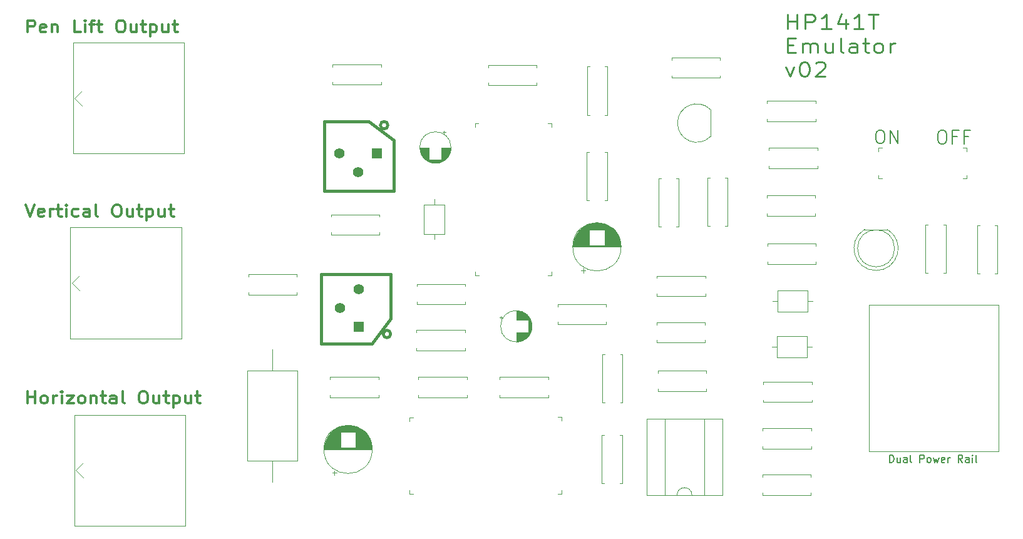
<source format=gto>
%TF.GenerationSoftware,KiCad,Pcbnew,7.0.11-7.0.11~ubuntu22.04.1*%
%TF.CreationDate,2025-04-10T12:25:00+02:00*%
%TF.ProjectId,emulator-pcb,656d756c-6174-46f7-922d-7063622e6b69,rev?*%
%TF.SameCoordinates,Original*%
%TF.FileFunction,Legend,Top*%
%TF.FilePolarity,Positive*%
%FSLAX46Y46*%
G04 Gerber Fmt 4.6, Leading zero omitted, Abs format (unit mm)*
G04 Created by KiCad (PCBNEW 7.0.11-7.0.11~ubuntu22.04.1) date 2025-04-10 12:25:00*
%MOMM*%
%LPD*%
G01*
G04 APERTURE LIST*
%ADD10C,0.150000*%
%ADD11C,0.250000*%
%ADD12C,0.320000*%
%ADD13C,0.200000*%
%ADD14C,0.120000*%
%ADD15C,0.381000*%
%ADD16C,0.100000*%
%ADD17R,1.400000X1.400000*%
%ADD18C,1.400000*%
G04 APERTURE END LIST*
D10*
X189386779Y-130869819D02*
X189386779Y-129869819D01*
X189386779Y-129869819D02*
X189624874Y-129869819D01*
X189624874Y-129869819D02*
X189767731Y-129917438D01*
X189767731Y-129917438D02*
X189862969Y-130012676D01*
X189862969Y-130012676D02*
X189910588Y-130107914D01*
X189910588Y-130107914D02*
X189958207Y-130298390D01*
X189958207Y-130298390D02*
X189958207Y-130441247D01*
X189958207Y-130441247D02*
X189910588Y-130631723D01*
X189910588Y-130631723D02*
X189862969Y-130726961D01*
X189862969Y-130726961D02*
X189767731Y-130822200D01*
X189767731Y-130822200D02*
X189624874Y-130869819D01*
X189624874Y-130869819D02*
X189386779Y-130869819D01*
X190815350Y-130203152D02*
X190815350Y-130869819D01*
X190386779Y-130203152D02*
X190386779Y-130726961D01*
X190386779Y-130726961D02*
X190434398Y-130822200D01*
X190434398Y-130822200D02*
X190529636Y-130869819D01*
X190529636Y-130869819D02*
X190672493Y-130869819D01*
X190672493Y-130869819D02*
X190767731Y-130822200D01*
X190767731Y-130822200D02*
X190815350Y-130774580D01*
X191720112Y-130869819D02*
X191720112Y-130346009D01*
X191720112Y-130346009D02*
X191672493Y-130250771D01*
X191672493Y-130250771D02*
X191577255Y-130203152D01*
X191577255Y-130203152D02*
X191386779Y-130203152D01*
X191386779Y-130203152D02*
X191291541Y-130250771D01*
X191720112Y-130822200D02*
X191624874Y-130869819D01*
X191624874Y-130869819D02*
X191386779Y-130869819D01*
X191386779Y-130869819D02*
X191291541Y-130822200D01*
X191291541Y-130822200D02*
X191243922Y-130726961D01*
X191243922Y-130726961D02*
X191243922Y-130631723D01*
X191243922Y-130631723D02*
X191291541Y-130536485D01*
X191291541Y-130536485D02*
X191386779Y-130488866D01*
X191386779Y-130488866D02*
X191624874Y-130488866D01*
X191624874Y-130488866D02*
X191720112Y-130441247D01*
X192339160Y-130869819D02*
X192243922Y-130822200D01*
X192243922Y-130822200D02*
X192196303Y-130726961D01*
X192196303Y-130726961D02*
X192196303Y-129869819D01*
X193482018Y-130869819D02*
X193482018Y-129869819D01*
X193482018Y-129869819D02*
X193862970Y-129869819D01*
X193862970Y-129869819D02*
X193958208Y-129917438D01*
X193958208Y-129917438D02*
X194005827Y-129965057D01*
X194005827Y-129965057D02*
X194053446Y-130060295D01*
X194053446Y-130060295D02*
X194053446Y-130203152D01*
X194053446Y-130203152D02*
X194005827Y-130298390D01*
X194005827Y-130298390D02*
X193958208Y-130346009D01*
X193958208Y-130346009D02*
X193862970Y-130393628D01*
X193862970Y-130393628D02*
X193482018Y-130393628D01*
X194624875Y-130869819D02*
X194529637Y-130822200D01*
X194529637Y-130822200D02*
X194482018Y-130774580D01*
X194482018Y-130774580D02*
X194434399Y-130679342D01*
X194434399Y-130679342D02*
X194434399Y-130393628D01*
X194434399Y-130393628D02*
X194482018Y-130298390D01*
X194482018Y-130298390D02*
X194529637Y-130250771D01*
X194529637Y-130250771D02*
X194624875Y-130203152D01*
X194624875Y-130203152D02*
X194767732Y-130203152D01*
X194767732Y-130203152D02*
X194862970Y-130250771D01*
X194862970Y-130250771D02*
X194910589Y-130298390D01*
X194910589Y-130298390D02*
X194958208Y-130393628D01*
X194958208Y-130393628D02*
X194958208Y-130679342D01*
X194958208Y-130679342D02*
X194910589Y-130774580D01*
X194910589Y-130774580D02*
X194862970Y-130822200D01*
X194862970Y-130822200D02*
X194767732Y-130869819D01*
X194767732Y-130869819D02*
X194624875Y-130869819D01*
X195291542Y-130203152D02*
X195482018Y-130869819D01*
X195482018Y-130869819D02*
X195672494Y-130393628D01*
X195672494Y-130393628D02*
X195862970Y-130869819D01*
X195862970Y-130869819D02*
X196053446Y-130203152D01*
X196815351Y-130822200D02*
X196720113Y-130869819D01*
X196720113Y-130869819D02*
X196529637Y-130869819D01*
X196529637Y-130869819D02*
X196434399Y-130822200D01*
X196434399Y-130822200D02*
X196386780Y-130726961D01*
X196386780Y-130726961D02*
X196386780Y-130346009D01*
X196386780Y-130346009D02*
X196434399Y-130250771D01*
X196434399Y-130250771D02*
X196529637Y-130203152D01*
X196529637Y-130203152D02*
X196720113Y-130203152D01*
X196720113Y-130203152D02*
X196815351Y-130250771D01*
X196815351Y-130250771D02*
X196862970Y-130346009D01*
X196862970Y-130346009D02*
X196862970Y-130441247D01*
X196862970Y-130441247D02*
X196386780Y-130536485D01*
X197291542Y-130869819D02*
X197291542Y-130203152D01*
X197291542Y-130393628D02*
X197339161Y-130298390D01*
X197339161Y-130298390D02*
X197386780Y-130250771D01*
X197386780Y-130250771D02*
X197482018Y-130203152D01*
X197482018Y-130203152D02*
X197577256Y-130203152D01*
X199243923Y-130869819D02*
X198910590Y-130393628D01*
X198672495Y-130869819D02*
X198672495Y-129869819D01*
X198672495Y-129869819D02*
X199053447Y-129869819D01*
X199053447Y-129869819D02*
X199148685Y-129917438D01*
X199148685Y-129917438D02*
X199196304Y-129965057D01*
X199196304Y-129965057D02*
X199243923Y-130060295D01*
X199243923Y-130060295D02*
X199243923Y-130203152D01*
X199243923Y-130203152D02*
X199196304Y-130298390D01*
X199196304Y-130298390D02*
X199148685Y-130346009D01*
X199148685Y-130346009D02*
X199053447Y-130393628D01*
X199053447Y-130393628D02*
X198672495Y-130393628D01*
X200101066Y-130869819D02*
X200101066Y-130346009D01*
X200101066Y-130346009D02*
X200053447Y-130250771D01*
X200053447Y-130250771D02*
X199958209Y-130203152D01*
X199958209Y-130203152D02*
X199767733Y-130203152D01*
X199767733Y-130203152D02*
X199672495Y-130250771D01*
X200101066Y-130822200D02*
X200005828Y-130869819D01*
X200005828Y-130869819D02*
X199767733Y-130869819D01*
X199767733Y-130869819D02*
X199672495Y-130822200D01*
X199672495Y-130822200D02*
X199624876Y-130726961D01*
X199624876Y-130726961D02*
X199624876Y-130631723D01*
X199624876Y-130631723D02*
X199672495Y-130536485D01*
X199672495Y-130536485D02*
X199767733Y-130488866D01*
X199767733Y-130488866D02*
X200005828Y-130488866D01*
X200005828Y-130488866D02*
X200101066Y-130441247D01*
X200577257Y-130869819D02*
X200577257Y-130203152D01*
X200577257Y-129869819D02*
X200529638Y-129917438D01*
X200529638Y-129917438D02*
X200577257Y-129965057D01*
X200577257Y-129965057D02*
X200624876Y-129917438D01*
X200624876Y-129917438D02*
X200577257Y-129869819D01*
X200577257Y-129869819D02*
X200577257Y-129965057D01*
X201196304Y-130869819D02*
X201101066Y-130822200D01*
X201101066Y-130822200D02*
X201053447Y-130726961D01*
X201053447Y-130726961D02*
X201053447Y-129869819D01*
D11*
X175562092Y-72252238D02*
X175562092Y-70252238D01*
X175562092Y-71204619D02*
X176876377Y-71204619D01*
X176876377Y-72252238D02*
X176876377Y-70252238D01*
X177971616Y-72252238D02*
X177971616Y-70252238D01*
X177971616Y-70252238D02*
X178847806Y-70252238D01*
X178847806Y-70252238D02*
X179066854Y-70347476D01*
X179066854Y-70347476D02*
X179176377Y-70442714D01*
X179176377Y-70442714D02*
X179285901Y-70633190D01*
X179285901Y-70633190D02*
X179285901Y-70918904D01*
X179285901Y-70918904D02*
X179176377Y-71109380D01*
X179176377Y-71109380D02*
X179066854Y-71204619D01*
X179066854Y-71204619D02*
X178847806Y-71299857D01*
X178847806Y-71299857D02*
X177971616Y-71299857D01*
X181476377Y-72252238D02*
X180162092Y-72252238D01*
X180819235Y-72252238D02*
X180819235Y-70252238D01*
X180819235Y-70252238D02*
X180600187Y-70537952D01*
X180600187Y-70537952D02*
X180381139Y-70728428D01*
X180381139Y-70728428D02*
X180162092Y-70823666D01*
X183447806Y-70918904D02*
X183447806Y-72252238D01*
X182900187Y-70157000D02*
X182352568Y-71585571D01*
X182352568Y-71585571D02*
X183776377Y-71585571D01*
X185857329Y-72252238D02*
X184543044Y-72252238D01*
X185200187Y-72252238D02*
X185200187Y-70252238D01*
X185200187Y-70252238D02*
X184981139Y-70537952D01*
X184981139Y-70537952D02*
X184762091Y-70728428D01*
X184762091Y-70728428D02*
X184543044Y-70823666D01*
X186514472Y-70252238D02*
X187828758Y-70252238D01*
X187171615Y-72252238D02*
X187171615Y-70252238D01*
X175562092Y-74424619D02*
X176328758Y-74424619D01*
X176657330Y-75472238D02*
X175562092Y-75472238D01*
X175562092Y-75472238D02*
X175562092Y-73472238D01*
X175562092Y-73472238D02*
X176657330Y-73472238D01*
X177643044Y-75472238D02*
X177643044Y-74138904D01*
X177643044Y-74329380D02*
X177752567Y-74234142D01*
X177752567Y-74234142D02*
X177971615Y-74138904D01*
X177971615Y-74138904D02*
X178300186Y-74138904D01*
X178300186Y-74138904D02*
X178519234Y-74234142D01*
X178519234Y-74234142D02*
X178628758Y-74424619D01*
X178628758Y-74424619D02*
X178628758Y-75472238D01*
X178628758Y-74424619D02*
X178738282Y-74234142D01*
X178738282Y-74234142D02*
X178957329Y-74138904D01*
X178957329Y-74138904D02*
X179285901Y-74138904D01*
X179285901Y-74138904D02*
X179504948Y-74234142D01*
X179504948Y-74234142D02*
X179614472Y-74424619D01*
X179614472Y-74424619D02*
X179614472Y-75472238D01*
X181695425Y-74138904D02*
X181695425Y-75472238D01*
X180709711Y-74138904D02*
X180709711Y-75186523D01*
X180709711Y-75186523D02*
X180819234Y-75377000D01*
X180819234Y-75377000D02*
X181038282Y-75472238D01*
X181038282Y-75472238D02*
X181366853Y-75472238D01*
X181366853Y-75472238D02*
X181585901Y-75377000D01*
X181585901Y-75377000D02*
X181695425Y-75281761D01*
X183119234Y-75472238D02*
X182900186Y-75377000D01*
X182900186Y-75377000D02*
X182790663Y-75186523D01*
X182790663Y-75186523D02*
X182790663Y-73472238D01*
X184981139Y-75472238D02*
X184981139Y-74424619D01*
X184981139Y-74424619D02*
X184871615Y-74234142D01*
X184871615Y-74234142D02*
X184652567Y-74138904D01*
X184652567Y-74138904D02*
X184214472Y-74138904D01*
X184214472Y-74138904D02*
X183995425Y-74234142D01*
X184981139Y-75377000D02*
X184762091Y-75472238D01*
X184762091Y-75472238D02*
X184214472Y-75472238D01*
X184214472Y-75472238D02*
X183995425Y-75377000D01*
X183995425Y-75377000D02*
X183885901Y-75186523D01*
X183885901Y-75186523D02*
X183885901Y-74996047D01*
X183885901Y-74996047D02*
X183995425Y-74805571D01*
X183995425Y-74805571D02*
X184214472Y-74710333D01*
X184214472Y-74710333D02*
X184762091Y-74710333D01*
X184762091Y-74710333D02*
X184981139Y-74615095D01*
X185747805Y-74138904D02*
X186623996Y-74138904D01*
X186076377Y-73472238D02*
X186076377Y-75186523D01*
X186076377Y-75186523D02*
X186185900Y-75377000D01*
X186185900Y-75377000D02*
X186404948Y-75472238D01*
X186404948Y-75472238D02*
X186623996Y-75472238D01*
X187719234Y-75472238D02*
X187500186Y-75377000D01*
X187500186Y-75377000D02*
X187390663Y-75281761D01*
X187390663Y-75281761D02*
X187281139Y-75091285D01*
X187281139Y-75091285D02*
X187281139Y-74519857D01*
X187281139Y-74519857D02*
X187390663Y-74329380D01*
X187390663Y-74329380D02*
X187500186Y-74234142D01*
X187500186Y-74234142D02*
X187719234Y-74138904D01*
X187719234Y-74138904D02*
X188047805Y-74138904D01*
X188047805Y-74138904D02*
X188266853Y-74234142D01*
X188266853Y-74234142D02*
X188376377Y-74329380D01*
X188376377Y-74329380D02*
X188485901Y-74519857D01*
X188485901Y-74519857D02*
X188485901Y-75091285D01*
X188485901Y-75091285D02*
X188376377Y-75281761D01*
X188376377Y-75281761D02*
X188266853Y-75377000D01*
X188266853Y-75377000D02*
X188047805Y-75472238D01*
X188047805Y-75472238D02*
X187719234Y-75472238D01*
X189471615Y-75472238D02*
X189471615Y-74138904D01*
X189471615Y-74519857D02*
X189581138Y-74329380D01*
X189581138Y-74329380D02*
X189690662Y-74234142D01*
X189690662Y-74234142D02*
X189909710Y-74138904D01*
X189909710Y-74138904D02*
X190128757Y-74138904D01*
X175343044Y-77358904D02*
X175890663Y-78692238D01*
X175890663Y-78692238D02*
X176438282Y-77358904D01*
X177752568Y-76692238D02*
X177971615Y-76692238D01*
X177971615Y-76692238D02*
X178190663Y-76787476D01*
X178190663Y-76787476D02*
X178300187Y-76882714D01*
X178300187Y-76882714D02*
X178409711Y-77073190D01*
X178409711Y-77073190D02*
X178519234Y-77454142D01*
X178519234Y-77454142D02*
X178519234Y-77930333D01*
X178519234Y-77930333D02*
X178409711Y-78311285D01*
X178409711Y-78311285D02*
X178300187Y-78501761D01*
X178300187Y-78501761D02*
X178190663Y-78597000D01*
X178190663Y-78597000D02*
X177971615Y-78692238D01*
X177971615Y-78692238D02*
X177752568Y-78692238D01*
X177752568Y-78692238D02*
X177533520Y-78597000D01*
X177533520Y-78597000D02*
X177423996Y-78501761D01*
X177423996Y-78501761D02*
X177314473Y-78311285D01*
X177314473Y-78311285D02*
X177204949Y-77930333D01*
X177204949Y-77930333D02*
X177204949Y-77454142D01*
X177204949Y-77454142D02*
X177314473Y-77073190D01*
X177314473Y-77073190D02*
X177423996Y-76882714D01*
X177423996Y-76882714D02*
X177533520Y-76787476D01*
X177533520Y-76787476D02*
X177752568Y-76692238D01*
X179395425Y-76882714D02*
X179504949Y-76787476D01*
X179504949Y-76787476D02*
X179723996Y-76692238D01*
X179723996Y-76692238D02*
X180271615Y-76692238D01*
X180271615Y-76692238D02*
X180490663Y-76787476D01*
X180490663Y-76787476D02*
X180600187Y-76882714D01*
X180600187Y-76882714D02*
X180709710Y-77073190D01*
X180709710Y-77073190D02*
X180709710Y-77263666D01*
X180709710Y-77263666D02*
X180600187Y-77549380D01*
X180600187Y-77549380D02*
X179285901Y-78692238D01*
X179285901Y-78692238D02*
X180709710Y-78692238D01*
D12*
X72789097Y-72687550D02*
X72789097Y-71087550D01*
X72789097Y-71087550D02*
X73474811Y-71087550D01*
X73474811Y-71087550D02*
X73646240Y-71163740D01*
X73646240Y-71163740D02*
X73731954Y-71239931D01*
X73731954Y-71239931D02*
X73817668Y-71392312D01*
X73817668Y-71392312D02*
X73817668Y-71620883D01*
X73817668Y-71620883D02*
X73731954Y-71773264D01*
X73731954Y-71773264D02*
X73646240Y-71849455D01*
X73646240Y-71849455D02*
X73474811Y-71925645D01*
X73474811Y-71925645D02*
X72789097Y-71925645D01*
X75274811Y-72611360D02*
X75103383Y-72687550D01*
X75103383Y-72687550D02*
X74760526Y-72687550D01*
X74760526Y-72687550D02*
X74589097Y-72611360D01*
X74589097Y-72611360D02*
X74503383Y-72458979D01*
X74503383Y-72458979D02*
X74503383Y-71849455D01*
X74503383Y-71849455D02*
X74589097Y-71697074D01*
X74589097Y-71697074D02*
X74760526Y-71620883D01*
X74760526Y-71620883D02*
X75103383Y-71620883D01*
X75103383Y-71620883D02*
X75274811Y-71697074D01*
X75274811Y-71697074D02*
X75360526Y-71849455D01*
X75360526Y-71849455D02*
X75360526Y-72001836D01*
X75360526Y-72001836D02*
X74503383Y-72154217D01*
X76131954Y-71620883D02*
X76131954Y-72687550D01*
X76131954Y-71773264D02*
X76217668Y-71697074D01*
X76217668Y-71697074D02*
X76389097Y-71620883D01*
X76389097Y-71620883D02*
X76646240Y-71620883D01*
X76646240Y-71620883D02*
X76817668Y-71697074D01*
X76817668Y-71697074D02*
X76903383Y-71849455D01*
X76903383Y-71849455D02*
X76903383Y-72687550D01*
X79989097Y-72687550D02*
X79131954Y-72687550D01*
X79131954Y-72687550D02*
X79131954Y-71087550D01*
X80589097Y-72687550D02*
X80589097Y-71620883D01*
X80589097Y-71087550D02*
X80503383Y-71163740D01*
X80503383Y-71163740D02*
X80589097Y-71239931D01*
X80589097Y-71239931D02*
X80674811Y-71163740D01*
X80674811Y-71163740D02*
X80589097Y-71087550D01*
X80589097Y-71087550D02*
X80589097Y-71239931D01*
X81189097Y-71620883D02*
X81874811Y-71620883D01*
X81446240Y-72687550D02*
X81446240Y-71316121D01*
X81446240Y-71316121D02*
X81531954Y-71163740D01*
X81531954Y-71163740D02*
X81703383Y-71087550D01*
X81703383Y-71087550D02*
X81874811Y-71087550D01*
X82217668Y-71620883D02*
X82903382Y-71620883D01*
X82474811Y-71087550D02*
X82474811Y-72458979D01*
X82474811Y-72458979D02*
X82560525Y-72611360D01*
X82560525Y-72611360D02*
X82731954Y-72687550D01*
X82731954Y-72687550D02*
X82903382Y-72687550D01*
X85217668Y-71087550D02*
X85560525Y-71087550D01*
X85560525Y-71087550D02*
X85731954Y-71163740D01*
X85731954Y-71163740D02*
X85903382Y-71316121D01*
X85903382Y-71316121D02*
X85989097Y-71620883D01*
X85989097Y-71620883D02*
X85989097Y-72154217D01*
X85989097Y-72154217D02*
X85903382Y-72458979D01*
X85903382Y-72458979D02*
X85731954Y-72611360D01*
X85731954Y-72611360D02*
X85560525Y-72687550D01*
X85560525Y-72687550D02*
X85217668Y-72687550D01*
X85217668Y-72687550D02*
X85046240Y-72611360D01*
X85046240Y-72611360D02*
X84874811Y-72458979D01*
X84874811Y-72458979D02*
X84789097Y-72154217D01*
X84789097Y-72154217D02*
X84789097Y-71620883D01*
X84789097Y-71620883D02*
X84874811Y-71316121D01*
X84874811Y-71316121D02*
X85046240Y-71163740D01*
X85046240Y-71163740D02*
X85217668Y-71087550D01*
X87531954Y-71620883D02*
X87531954Y-72687550D01*
X86760525Y-71620883D02*
X86760525Y-72458979D01*
X86760525Y-72458979D02*
X86846239Y-72611360D01*
X86846239Y-72611360D02*
X87017668Y-72687550D01*
X87017668Y-72687550D02*
X87274811Y-72687550D01*
X87274811Y-72687550D02*
X87446239Y-72611360D01*
X87446239Y-72611360D02*
X87531954Y-72535169D01*
X88131953Y-71620883D02*
X88817667Y-71620883D01*
X88389096Y-71087550D02*
X88389096Y-72458979D01*
X88389096Y-72458979D02*
X88474810Y-72611360D01*
X88474810Y-72611360D02*
X88646239Y-72687550D01*
X88646239Y-72687550D02*
X88817667Y-72687550D01*
X89417667Y-71620883D02*
X89417667Y-73220883D01*
X89417667Y-71697074D02*
X89589096Y-71620883D01*
X89589096Y-71620883D02*
X89931953Y-71620883D01*
X89931953Y-71620883D02*
X90103381Y-71697074D01*
X90103381Y-71697074D02*
X90189096Y-71773264D01*
X90189096Y-71773264D02*
X90274810Y-71925645D01*
X90274810Y-71925645D02*
X90274810Y-72382788D01*
X90274810Y-72382788D02*
X90189096Y-72535169D01*
X90189096Y-72535169D02*
X90103381Y-72611360D01*
X90103381Y-72611360D02*
X89931953Y-72687550D01*
X89931953Y-72687550D02*
X89589096Y-72687550D01*
X89589096Y-72687550D02*
X89417667Y-72611360D01*
X91817667Y-71620883D02*
X91817667Y-72687550D01*
X91046238Y-71620883D02*
X91046238Y-72458979D01*
X91046238Y-72458979D02*
X91131952Y-72611360D01*
X91131952Y-72611360D02*
X91303381Y-72687550D01*
X91303381Y-72687550D02*
X91560524Y-72687550D01*
X91560524Y-72687550D02*
X91731952Y-72611360D01*
X91731952Y-72611360D02*
X91817667Y-72535169D01*
X92417666Y-71620883D02*
X93103380Y-71620883D01*
X92674809Y-71087550D02*
X92674809Y-72458979D01*
X92674809Y-72458979D02*
X92760523Y-72611360D01*
X92760523Y-72611360D02*
X92931952Y-72687550D01*
X92931952Y-72687550D02*
X93103380Y-72687550D01*
X72531954Y-96037550D02*
X73131954Y-97637550D01*
X73131954Y-97637550D02*
X73731954Y-96037550D01*
X75017668Y-97561360D02*
X74846240Y-97637550D01*
X74846240Y-97637550D02*
X74503383Y-97637550D01*
X74503383Y-97637550D02*
X74331954Y-97561360D01*
X74331954Y-97561360D02*
X74246240Y-97408979D01*
X74246240Y-97408979D02*
X74246240Y-96799455D01*
X74246240Y-96799455D02*
X74331954Y-96647074D01*
X74331954Y-96647074D02*
X74503383Y-96570883D01*
X74503383Y-96570883D02*
X74846240Y-96570883D01*
X74846240Y-96570883D02*
X75017668Y-96647074D01*
X75017668Y-96647074D02*
X75103383Y-96799455D01*
X75103383Y-96799455D02*
X75103383Y-96951836D01*
X75103383Y-96951836D02*
X74246240Y-97104217D01*
X75874811Y-97637550D02*
X75874811Y-96570883D01*
X75874811Y-96875645D02*
X75960525Y-96723264D01*
X75960525Y-96723264D02*
X76046240Y-96647074D01*
X76046240Y-96647074D02*
X76217668Y-96570883D01*
X76217668Y-96570883D02*
X76389097Y-96570883D01*
X76731954Y-96570883D02*
X77417668Y-96570883D01*
X76989097Y-96037550D02*
X76989097Y-97408979D01*
X76989097Y-97408979D02*
X77074811Y-97561360D01*
X77074811Y-97561360D02*
X77246240Y-97637550D01*
X77246240Y-97637550D02*
X77417668Y-97637550D01*
X78017668Y-97637550D02*
X78017668Y-96570883D01*
X78017668Y-96037550D02*
X77931954Y-96113740D01*
X77931954Y-96113740D02*
X78017668Y-96189931D01*
X78017668Y-96189931D02*
X78103382Y-96113740D01*
X78103382Y-96113740D02*
X78017668Y-96037550D01*
X78017668Y-96037550D02*
X78017668Y-96189931D01*
X79646240Y-97561360D02*
X79474811Y-97637550D01*
X79474811Y-97637550D02*
X79131954Y-97637550D01*
X79131954Y-97637550D02*
X78960525Y-97561360D01*
X78960525Y-97561360D02*
X78874811Y-97485169D01*
X78874811Y-97485169D02*
X78789097Y-97332788D01*
X78789097Y-97332788D02*
X78789097Y-96875645D01*
X78789097Y-96875645D02*
X78874811Y-96723264D01*
X78874811Y-96723264D02*
X78960525Y-96647074D01*
X78960525Y-96647074D02*
X79131954Y-96570883D01*
X79131954Y-96570883D02*
X79474811Y-96570883D01*
X79474811Y-96570883D02*
X79646240Y-96647074D01*
X81189097Y-97637550D02*
X81189097Y-96799455D01*
X81189097Y-96799455D02*
X81103382Y-96647074D01*
X81103382Y-96647074D02*
X80931954Y-96570883D01*
X80931954Y-96570883D02*
X80589097Y-96570883D01*
X80589097Y-96570883D02*
X80417668Y-96647074D01*
X81189097Y-97561360D02*
X81017668Y-97637550D01*
X81017668Y-97637550D02*
X80589097Y-97637550D01*
X80589097Y-97637550D02*
X80417668Y-97561360D01*
X80417668Y-97561360D02*
X80331954Y-97408979D01*
X80331954Y-97408979D02*
X80331954Y-97256598D01*
X80331954Y-97256598D02*
X80417668Y-97104217D01*
X80417668Y-97104217D02*
X80589097Y-97028026D01*
X80589097Y-97028026D02*
X81017668Y-97028026D01*
X81017668Y-97028026D02*
X81189097Y-96951836D01*
X82303382Y-97637550D02*
X82131953Y-97561360D01*
X82131953Y-97561360D02*
X82046239Y-97408979D01*
X82046239Y-97408979D02*
X82046239Y-96037550D01*
X84703382Y-96037550D02*
X85046239Y-96037550D01*
X85046239Y-96037550D02*
X85217668Y-96113740D01*
X85217668Y-96113740D02*
X85389096Y-96266121D01*
X85389096Y-96266121D02*
X85474811Y-96570883D01*
X85474811Y-96570883D02*
X85474811Y-97104217D01*
X85474811Y-97104217D02*
X85389096Y-97408979D01*
X85389096Y-97408979D02*
X85217668Y-97561360D01*
X85217668Y-97561360D02*
X85046239Y-97637550D01*
X85046239Y-97637550D02*
X84703382Y-97637550D01*
X84703382Y-97637550D02*
X84531954Y-97561360D01*
X84531954Y-97561360D02*
X84360525Y-97408979D01*
X84360525Y-97408979D02*
X84274811Y-97104217D01*
X84274811Y-97104217D02*
X84274811Y-96570883D01*
X84274811Y-96570883D02*
X84360525Y-96266121D01*
X84360525Y-96266121D02*
X84531954Y-96113740D01*
X84531954Y-96113740D02*
X84703382Y-96037550D01*
X87017668Y-96570883D02*
X87017668Y-97637550D01*
X86246239Y-96570883D02*
X86246239Y-97408979D01*
X86246239Y-97408979D02*
X86331953Y-97561360D01*
X86331953Y-97561360D02*
X86503382Y-97637550D01*
X86503382Y-97637550D02*
X86760525Y-97637550D01*
X86760525Y-97637550D02*
X86931953Y-97561360D01*
X86931953Y-97561360D02*
X87017668Y-97485169D01*
X87617667Y-96570883D02*
X88303381Y-96570883D01*
X87874810Y-96037550D02*
X87874810Y-97408979D01*
X87874810Y-97408979D02*
X87960524Y-97561360D01*
X87960524Y-97561360D02*
X88131953Y-97637550D01*
X88131953Y-97637550D02*
X88303381Y-97637550D01*
X88903381Y-96570883D02*
X88903381Y-98170883D01*
X88903381Y-96647074D02*
X89074810Y-96570883D01*
X89074810Y-96570883D02*
X89417667Y-96570883D01*
X89417667Y-96570883D02*
X89589095Y-96647074D01*
X89589095Y-96647074D02*
X89674810Y-96723264D01*
X89674810Y-96723264D02*
X89760524Y-96875645D01*
X89760524Y-96875645D02*
X89760524Y-97332788D01*
X89760524Y-97332788D02*
X89674810Y-97485169D01*
X89674810Y-97485169D02*
X89589095Y-97561360D01*
X89589095Y-97561360D02*
X89417667Y-97637550D01*
X89417667Y-97637550D02*
X89074810Y-97637550D01*
X89074810Y-97637550D02*
X88903381Y-97561360D01*
X91303381Y-96570883D02*
X91303381Y-97637550D01*
X90531952Y-96570883D02*
X90531952Y-97408979D01*
X90531952Y-97408979D02*
X90617666Y-97561360D01*
X90617666Y-97561360D02*
X90789095Y-97637550D01*
X90789095Y-97637550D02*
X91046238Y-97637550D01*
X91046238Y-97637550D02*
X91217666Y-97561360D01*
X91217666Y-97561360D02*
X91303381Y-97485169D01*
X91903380Y-96570883D02*
X92589094Y-96570883D01*
X92160523Y-96037550D02*
X92160523Y-97408979D01*
X92160523Y-97408979D02*
X92246237Y-97561360D01*
X92246237Y-97561360D02*
X92417666Y-97637550D01*
X92417666Y-97637550D02*
X92589094Y-97637550D01*
X72789097Y-122887550D02*
X72789097Y-121287550D01*
X72789097Y-122049455D02*
X73817668Y-122049455D01*
X73817668Y-122887550D02*
X73817668Y-121287550D01*
X74931954Y-122887550D02*
X74760525Y-122811360D01*
X74760525Y-122811360D02*
X74674811Y-122735169D01*
X74674811Y-122735169D02*
X74589097Y-122582788D01*
X74589097Y-122582788D02*
X74589097Y-122125645D01*
X74589097Y-122125645D02*
X74674811Y-121973264D01*
X74674811Y-121973264D02*
X74760525Y-121897074D01*
X74760525Y-121897074D02*
X74931954Y-121820883D01*
X74931954Y-121820883D02*
X75189097Y-121820883D01*
X75189097Y-121820883D02*
X75360525Y-121897074D01*
X75360525Y-121897074D02*
X75446240Y-121973264D01*
X75446240Y-121973264D02*
X75531954Y-122125645D01*
X75531954Y-122125645D02*
X75531954Y-122582788D01*
X75531954Y-122582788D02*
X75446240Y-122735169D01*
X75446240Y-122735169D02*
X75360525Y-122811360D01*
X75360525Y-122811360D02*
X75189097Y-122887550D01*
X75189097Y-122887550D02*
X74931954Y-122887550D01*
X76303382Y-122887550D02*
X76303382Y-121820883D01*
X76303382Y-122125645D02*
X76389096Y-121973264D01*
X76389096Y-121973264D02*
X76474811Y-121897074D01*
X76474811Y-121897074D02*
X76646239Y-121820883D01*
X76646239Y-121820883D02*
X76817668Y-121820883D01*
X77417668Y-122887550D02*
X77417668Y-121820883D01*
X77417668Y-121287550D02*
X77331954Y-121363740D01*
X77331954Y-121363740D02*
X77417668Y-121439931D01*
X77417668Y-121439931D02*
X77503382Y-121363740D01*
X77503382Y-121363740D02*
X77417668Y-121287550D01*
X77417668Y-121287550D02*
X77417668Y-121439931D01*
X78103382Y-121820883D02*
X79046240Y-121820883D01*
X79046240Y-121820883D02*
X78103382Y-122887550D01*
X78103382Y-122887550D02*
X79046240Y-122887550D01*
X79989097Y-122887550D02*
X79817668Y-122811360D01*
X79817668Y-122811360D02*
X79731954Y-122735169D01*
X79731954Y-122735169D02*
X79646240Y-122582788D01*
X79646240Y-122582788D02*
X79646240Y-122125645D01*
X79646240Y-122125645D02*
X79731954Y-121973264D01*
X79731954Y-121973264D02*
X79817668Y-121897074D01*
X79817668Y-121897074D02*
X79989097Y-121820883D01*
X79989097Y-121820883D02*
X80246240Y-121820883D01*
X80246240Y-121820883D02*
X80417668Y-121897074D01*
X80417668Y-121897074D02*
X80503383Y-121973264D01*
X80503383Y-121973264D02*
X80589097Y-122125645D01*
X80589097Y-122125645D02*
X80589097Y-122582788D01*
X80589097Y-122582788D02*
X80503383Y-122735169D01*
X80503383Y-122735169D02*
X80417668Y-122811360D01*
X80417668Y-122811360D02*
X80246240Y-122887550D01*
X80246240Y-122887550D02*
X79989097Y-122887550D01*
X81360525Y-121820883D02*
X81360525Y-122887550D01*
X81360525Y-121973264D02*
X81446239Y-121897074D01*
X81446239Y-121897074D02*
X81617668Y-121820883D01*
X81617668Y-121820883D02*
X81874811Y-121820883D01*
X81874811Y-121820883D02*
X82046239Y-121897074D01*
X82046239Y-121897074D02*
X82131954Y-122049455D01*
X82131954Y-122049455D02*
X82131954Y-122887550D01*
X82731953Y-121820883D02*
X83417667Y-121820883D01*
X82989096Y-121287550D02*
X82989096Y-122658979D01*
X82989096Y-122658979D02*
X83074810Y-122811360D01*
X83074810Y-122811360D02*
X83246239Y-122887550D01*
X83246239Y-122887550D02*
X83417667Y-122887550D01*
X84789096Y-122887550D02*
X84789096Y-122049455D01*
X84789096Y-122049455D02*
X84703381Y-121897074D01*
X84703381Y-121897074D02*
X84531953Y-121820883D01*
X84531953Y-121820883D02*
X84189096Y-121820883D01*
X84189096Y-121820883D02*
X84017667Y-121897074D01*
X84789096Y-122811360D02*
X84617667Y-122887550D01*
X84617667Y-122887550D02*
X84189096Y-122887550D01*
X84189096Y-122887550D02*
X84017667Y-122811360D01*
X84017667Y-122811360D02*
X83931953Y-122658979D01*
X83931953Y-122658979D02*
X83931953Y-122506598D01*
X83931953Y-122506598D02*
X84017667Y-122354217D01*
X84017667Y-122354217D02*
X84189096Y-122278026D01*
X84189096Y-122278026D02*
X84617667Y-122278026D01*
X84617667Y-122278026D02*
X84789096Y-122201836D01*
X85903381Y-122887550D02*
X85731952Y-122811360D01*
X85731952Y-122811360D02*
X85646238Y-122658979D01*
X85646238Y-122658979D02*
X85646238Y-121287550D01*
X88303381Y-121287550D02*
X88646238Y-121287550D01*
X88646238Y-121287550D02*
X88817667Y-121363740D01*
X88817667Y-121363740D02*
X88989095Y-121516121D01*
X88989095Y-121516121D02*
X89074810Y-121820883D01*
X89074810Y-121820883D02*
X89074810Y-122354217D01*
X89074810Y-122354217D02*
X88989095Y-122658979D01*
X88989095Y-122658979D02*
X88817667Y-122811360D01*
X88817667Y-122811360D02*
X88646238Y-122887550D01*
X88646238Y-122887550D02*
X88303381Y-122887550D01*
X88303381Y-122887550D02*
X88131953Y-122811360D01*
X88131953Y-122811360D02*
X87960524Y-122658979D01*
X87960524Y-122658979D02*
X87874810Y-122354217D01*
X87874810Y-122354217D02*
X87874810Y-121820883D01*
X87874810Y-121820883D02*
X87960524Y-121516121D01*
X87960524Y-121516121D02*
X88131953Y-121363740D01*
X88131953Y-121363740D02*
X88303381Y-121287550D01*
X90617667Y-121820883D02*
X90617667Y-122887550D01*
X89846238Y-121820883D02*
X89846238Y-122658979D01*
X89846238Y-122658979D02*
X89931952Y-122811360D01*
X89931952Y-122811360D02*
X90103381Y-122887550D01*
X90103381Y-122887550D02*
X90360524Y-122887550D01*
X90360524Y-122887550D02*
X90531952Y-122811360D01*
X90531952Y-122811360D02*
X90617667Y-122735169D01*
X91217666Y-121820883D02*
X91903380Y-121820883D01*
X91474809Y-121287550D02*
X91474809Y-122658979D01*
X91474809Y-122658979D02*
X91560523Y-122811360D01*
X91560523Y-122811360D02*
X91731952Y-122887550D01*
X91731952Y-122887550D02*
X91903380Y-122887550D01*
X92503380Y-121820883D02*
X92503380Y-123420883D01*
X92503380Y-121897074D02*
X92674809Y-121820883D01*
X92674809Y-121820883D02*
X93017666Y-121820883D01*
X93017666Y-121820883D02*
X93189094Y-121897074D01*
X93189094Y-121897074D02*
X93274809Y-121973264D01*
X93274809Y-121973264D02*
X93360523Y-122125645D01*
X93360523Y-122125645D02*
X93360523Y-122582788D01*
X93360523Y-122582788D02*
X93274809Y-122735169D01*
X93274809Y-122735169D02*
X93189094Y-122811360D01*
X93189094Y-122811360D02*
X93017666Y-122887550D01*
X93017666Y-122887550D02*
X92674809Y-122887550D01*
X92674809Y-122887550D02*
X92503380Y-122811360D01*
X94903380Y-121820883D02*
X94903380Y-122887550D01*
X94131951Y-121820883D02*
X94131951Y-122658979D01*
X94131951Y-122658979D02*
X94217665Y-122811360D01*
X94217665Y-122811360D02*
X94389094Y-122887550D01*
X94389094Y-122887550D02*
X94646237Y-122887550D01*
X94646237Y-122887550D02*
X94817665Y-122811360D01*
X94817665Y-122811360D02*
X94903380Y-122735169D01*
X95503379Y-121820883D02*
X96189093Y-121820883D01*
X95760522Y-121287550D02*
X95760522Y-122658979D01*
X95760522Y-122658979D02*
X95846236Y-122811360D01*
X95846236Y-122811360D02*
X96017665Y-122887550D01*
X96017665Y-122887550D02*
X96189093Y-122887550D01*
D13*
X196353006Y-85969314D02*
X196695863Y-85969314D01*
X196695863Y-85969314D02*
X196867292Y-86055028D01*
X196867292Y-86055028D02*
X197038720Y-86226457D01*
X197038720Y-86226457D02*
X197124435Y-86569314D01*
X197124435Y-86569314D02*
X197124435Y-87169314D01*
X197124435Y-87169314D02*
X197038720Y-87512171D01*
X197038720Y-87512171D02*
X196867292Y-87683600D01*
X196867292Y-87683600D02*
X196695863Y-87769314D01*
X196695863Y-87769314D02*
X196353006Y-87769314D01*
X196353006Y-87769314D02*
X196181578Y-87683600D01*
X196181578Y-87683600D02*
X196010149Y-87512171D01*
X196010149Y-87512171D02*
X195924435Y-87169314D01*
X195924435Y-87169314D02*
X195924435Y-86569314D01*
X195924435Y-86569314D02*
X196010149Y-86226457D01*
X196010149Y-86226457D02*
X196181578Y-86055028D01*
X196181578Y-86055028D02*
X196353006Y-85969314D01*
X198495863Y-86826457D02*
X197895863Y-86826457D01*
X197895863Y-87769314D02*
X197895863Y-85969314D01*
X197895863Y-85969314D02*
X198753006Y-85969314D01*
X200038720Y-86826457D02*
X199438720Y-86826457D01*
X199438720Y-87769314D02*
X199438720Y-85969314D01*
X199438720Y-85969314D02*
X200295863Y-85969314D01*
X187953006Y-85919314D02*
X188295863Y-85919314D01*
X188295863Y-85919314D02*
X188467292Y-86005028D01*
X188467292Y-86005028D02*
X188638720Y-86176457D01*
X188638720Y-86176457D02*
X188724435Y-86519314D01*
X188724435Y-86519314D02*
X188724435Y-87119314D01*
X188724435Y-87119314D02*
X188638720Y-87462171D01*
X188638720Y-87462171D02*
X188467292Y-87633600D01*
X188467292Y-87633600D02*
X188295863Y-87719314D01*
X188295863Y-87719314D02*
X187953006Y-87719314D01*
X187953006Y-87719314D02*
X187781578Y-87633600D01*
X187781578Y-87633600D02*
X187610149Y-87462171D01*
X187610149Y-87462171D02*
X187524435Y-87119314D01*
X187524435Y-87119314D02*
X187524435Y-86519314D01*
X187524435Y-86519314D02*
X187610149Y-86176457D01*
X187610149Y-86176457D02*
X187781578Y-86005028D01*
X187781578Y-86005028D02*
X187953006Y-85919314D01*
X189495863Y-87719314D02*
X189495863Y-85919314D01*
X189495863Y-85919314D02*
X190524434Y-87719314D01*
X190524434Y-87719314D02*
X190524434Y-85919314D01*
D14*
%TO.C,R17*%
X132210000Y-122070000D02*
X132210000Y-121740000D01*
X132210000Y-119330000D02*
X132210000Y-119660000D01*
X125670000Y-122070000D02*
X132210000Y-122070000D01*
X125670000Y-121740000D02*
X125670000Y-122070000D01*
X125670000Y-119660000D02*
X125670000Y-119330000D01*
X125670000Y-119330000D02*
X132210000Y-119330000D01*
%TO.C,R9*%
X150480000Y-133720000D02*
X150810000Y-133720000D01*
X153220000Y-127180000D02*
X153220000Y-133720000D01*
X150480000Y-127180000D02*
X150480000Y-133720000D01*
X150810000Y-127180000D02*
X150480000Y-127180000D01*
X152890000Y-127180000D02*
X153220000Y-127180000D01*
X153220000Y-133720000D02*
X152890000Y-133720000D01*
%TO.C,R22*%
X178710000Y-135270000D02*
X172170000Y-135270000D01*
X178710000Y-134940000D02*
X178710000Y-135270000D01*
X178710000Y-132860000D02*
X178710000Y-132530000D01*
X178710000Y-132530000D02*
X172170000Y-132530000D01*
X172170000Y-135270000D02*
X172170000Y-134940000D01*
X172170000Y-132530000D02*
X172170000Y-132860000D01*
D15*
%TO.C,RV1*%
X112520000Y-114776000D02*
X112520000Y-105378000D01*
X119378000Y-114776000D02*
X112520000Y-114776000D01*
X119378000Y-114776000D02*
X121918000Y-111434000D01*
X121918000Y-111434000D02*
X121918000Y-105378000D01*
X112520000Y-105378000D02*
X121918000Y-105378000D01*
X121910000Y-113506000D02*
G75*
G03*
X120910000Y-113506000I-500000J0D01*
G01*
X120910000Y-113506000D02*
G75*
G03*
X121910000Y-113506000I500000J0D01*
G01*
D16*
%TO.C,U3*%
X143700000Y-85020000D02*
X143700000Y-85520000D01*
X143700000Y-85020000D02*
X143200000Y-85020000D01*
X143680000Y-105570000D02*
X143680000Y-105070000D01*
X143680000Y-105570000D02*
X143180000Y-105570000D01*
X133320000Y-105570000D02*
X133820000Y-105570000D01*
X133320000Y-105570000D02*
X133320000Y-105070000D01*
X133300000Y-85020000D02*
X133800000Y-85020000D01*
X133300000Y-85020000D02*
X133300000Y-85520000D01*
D14*
%TO.C,R20*%
X148480000Y-83870000D02*
X148480000Y-77330000D01*
X148810000Y-83870000D02*
X148480000Y-83870000D01*
X150890000Y-83870000D02*
X151220000Y-83870000D01*
X151220000Y-83870000D02*
X151220000Y-77330000D01*
X148480000Y-77330000D02*
X148810000Y-77330000D01*
X151220000Y-77330000D02*
X150890000Y-77330000D01*
D16*
%TO.C,S1*%
X187900000Y-88300000D02*
X187900000Y-88800000D01*
X187900000Y-88300000D02*
X188400000Y-88300000D01*
X187900000Y-92500000D02*
X187900000Y-92000000D01*
X187900000Y-92500000D02*
X188400000Y-92500000D01*
X199800000Y-88300000D02*
X199300000Y-88300000D01*
X199800000Y-88300000D02*
X199800000Y-88800000D01*
X199800000Y-92500000D02*
X199300000Y-92500000D01*
X199800000Y-92500000D02*
X199800000Y-92000000D01*
D14*
%TO.C,R12*%
X164730000Y-98920000D02*
X165060000Y-98920000D01*
X167470000Y-98920000D02*
X167140000Y-98920000D01*
X164730000Y-92380000D02*
X164730000Y-98920000D01*
X165060000Y-92380000D02*
X164730000Y-92380000D01*
X167140000Y-92380000D02*
X167470000Y-92380000D01*
X167470000Y-92380000D02*
X167470000Y-98920000D01*
%TO.C,J3*%
X78950000Y-89100000D02*
X78950000Y-74100000D01*
X93950000Y-89100000D02*
X78950000Y-89100000D01*
X79150000Y-81600000D02*
X80150000Y-82600000D01*
X79150000Y-81600000D02*
X80150000Y-80600000D01*
X78950000Y-74100000D02*
X93950000Y-74100000D01*
X93950000Y-74100000D02*
X93950000Y-89100000D01*
%TO.C,C7*%
X173490000Y-115250000D02*
X174180000Y-115250000D01*
X174180000Y-113830000D02*
X174180000Y-116670000D01*
X174180000Y-116670000D02*
X178220000Y-116670000D01*
X178220000Y-113830000D02*
X174180000Y-113830000D01*
X178220000Y-116670000D02*
X178220000Y-113830000D01*
X178910000Y-115250000D02*
X178220000Y-115250000D01*
%TO.C,R21*%
X158020000Y-118480000D02*
X164560000Y-118480000D01*
X158020000Y-118810000D02*
X158020000Y-118480000D01*
X158020000Y-120890000D02*
X158020000Y-121220000D01*
X158020000Y-121220000D02*
X164560000Y-121220000D01*
X164560000Y-118480000D02*
X164560000Y-118810000D01*
X164560000Y-121220000D02*
X164560000Y-120890000D01*
%TO.C,R29*%
X179320000Y-97520000D02*
X172780000Y-97520000D01*
X179320000Y-97190000D02*
X179320000Y-97520000D01*
X179320000Y-95110000D02*
X179320000Y-94780000D01*
X179320000Y-94780000D02*
X172780000Y-94780000D01*
X172780000Y-97520000D02*
X172780000Y-97190000D01*
X172780000Y-94780000D02*
X172780000Y-95110000D01*
%TO.C,R7*%
X153270000Y-116230000D02*
X153270000Y-122770000D01*
X152940000Y-116230000D02*
X153270000Y-116230000D01*
X150860000Y-116230000D02*
X150530000Y-116230000D01*
X150530000Y-116230000D02*
X150530000Y-122770000D01*
X153270000Y-122770000D02*
X152940000Y-122770000D01*
X150530000Y-122770000D02*
X150860000Y-122770000D01*
%TO.C,R1*%
X178860000Y-122720000D02*
X172320000Y-122720000D01*
X178860000Y-122390000D02*
X178860000Y-122720000D01*
X178860000Y-120310000D02*
X178860000Y-119980000D01*
X178860000Y-119980000D02*
X172320000Y-119980000D01*
X172320000Y-122720000D02*
X172320000Y-122390000D01*
X172320000Y-119980000D02*
X172320000Y-120310000D01*
%TO.C,C5*%
X127800000Y-95290000D02*
X127800000Y-95980000D01*
X129220000Y-95980000D02*
X126380000Y-95980000D01*
X126380000Y-95980000D02*
X126380000Y-100020000D01*
X129220000Y-100020000D02*
X129220000Y-95980000D01*
X126380000Y-100020000D02*
X129220000Y-100020000D01*
X127800000Y-100710000D02*
X127800000Y-100020000D01*
%TO.C,R10*%
X172880000Y-101280000D02*
X179420000Y-101280000D01*
X172880000Y-101610000D02*
X172880000Y-101280000D01*
X172880000Y-103690000D02*
X172880000Y-104020000D01*
X172880000Y-104020000D02*
X179420000Y-104020000D01*
X179420000Y-101280000D02*
X179420000Y-101610000D01*
X179420000Y-104020000D02*
X179420000Y-103690000D01*
%TO.C,R2*%
X144530000Y-109480000D02*
X151070000Y-109480000D01*
X144530000Y-109810000D02*
X144530000Y-109480000D01*
X144530000Y-111890000D02*
X144530000Y-112220000D01*
X144530000Y-112220000D02*
X151070000Y-112220000D01*
X151070000Y-109480000D02*
X151070000Y-109810000D01*
X151070000Y-112220000D02*
X151070000Y-111890000D01*
%TO.C,R23*%
X166470000Y-78870000D02*
X159930000Y-78870000D01*
X166470000Y-78540000D02*
X166470000Y-78870000D01*
X166470000Y-76460000D02*
X166470000Y-76130000D01*
X166470000Y-76130000D02*
X159930000Y-76130000D01*
X159930000Y-78870000D02*
X159930000Y-78540000D01*
X159930000Y-76130000D02*
X159930000Y-76460000D01*
%TO.C,R5*%
X157880000Y-111930000D02*
X164420000Y-111930000D01*
X157880000Y-112260000D02*
X157880000Y-111930000D01*
X157880000Y-114340000D02*
X157880000Y-114670000D01*
X157880000Y-114670000D02*
X164420000Y-114670000D01*
X164420000Y-111930000D02*
X164420000Y-112260000D01*
X164420000Y-114670000D02*
X164420000Y-114340000D01*
%TO.C,D1*%
X189095000Y-99360000D02*
X186005000Y-99360000D01*
X187549538Y-104909999D02*
G75*
G03*
X189094830Y-99360001I462J2989999D01*
G01*
X186005170Y-99360000D02*
G75*
G03*
X187550462Y-104910000I1544830J-2560000D01*
G01*
X190050000Y-101920000D02*
G75*
G03*
X185050000Y-101920000I-2500000J0D01*
G01*
X185050000Y-101920000D02*
G75*
G03*
X190050000Y-101920000I2500000J0D01*
G01*
%TO.C,R25*%
X158130000Y-98970000D02*
X158130000Y-92430000D01*
X158460000Y-98970000D02*
X158130000Y-98970000D01*
X160540000Y-98970000D02*
X160870000Y-98970000D01*
X160870000Y-98970000D02*
X160870000Y-92430000D01*
X158130000Y-92430000D02*
X158460000Y-92430000D01*
X160870000Y-92430000D02*
X160540000Y-92430000D01*
D15*
%TO.C,RV2*%
X122299000Y-94149000D02*
X112901000Y-94149000D01*
X122299000Y-87291000D02*
X122299000Y-94149000D01*
X122299000Y-87291000D02*
X118957000Y-84751000D01*
X118957000Y-84751000D02*
X112901000Y-84751000D01*
X112901000Y-94149000D02*
X112901000Y-84751000D01*
X121529000Y-85259000D02*
G75*
G03*
X120529000Y-85259000I-500000J0D01*
G01*
X120529000Y-85259000D02*
G75*
G03*
X121529000Y-85259000I500000J0D01*
G01*
D14*
%TO.C,C8*%
X136630199Y-111255000D02*
X137030199Y-111255000D01*
X136830199Y-111055000D02*
X136830199Y-111455000D01*
X138900000Y-110370000D02*
X138900000Y-111610000D01*
X138900000Y-113290000D02*
X138900000Y-114530000D01*
X138940000Y-110370000D02*
X138940000Y-111610000D01*
X138940000Y-113290000D02*
X138940000Y-114530000D01*
X138980000Y-110371000D02*
X138980000Y-111610000D01*
X138980000Y-113290000D02*
X138980000Y-114529000D01*
X139020000Y-110373000D02*
X139020000Y-111610000D01*
X139020000Y-113290000D02*
X139020000Y-114527000D01*
X139060000Y-110376000D02*
X139060000Y-111610000D01*
X139060000Y-113290000D02*
X139060000Y-114524000D01*
X139100000Y-110379000D02*
X139100000Y-111610000D01*
X139100000Y-113290000D02*
X139100000Y-114521000D01*
X139140000Y-110383000D02*
X139140000Y-111610000D01*
X139140000Y-113290000D02*
X139140000Y-114517000D01*
X139180000Y-110388000D02*
X139180000Y-111610000D01*
X139180000Y-113290000D02*
X139180000Y-114512000D01*
X139220000Y-110394000D02*
X139220000Y-111610000D01*
X139220000Y-113290000D02*
X139220000Y-114506000D01*
X139260000Y-110400000D02*
X139260000Y-111610000D01*
X139260000Y-113290000D02*
X139260000Y-114500000D01*
X139300000Y-110408000D02*
X139300000Y-111610000D01*
X139300000Y-113290000D02*
X139300000Y-114492000D01*
X139340000Y-110416000D02*
X139340000Y-111610000D01*
X139340000Y-113290000D02*
X139340000Y-114484000D01*
X139380000Y-110425000D02*
X139380000Y-111610000D01*
X139380000Y-113290000D02*
X139380000Y-114475000D01*
X139420000Y-110434000D02*
X139420000Y-111610000D01*
X139420000Y-113290000D02*
X139420000Y-114466000D01*
X139460000Y-110445000D02*
X139460000Y-111610000D01*
X139460000Y-113290000D02*
X139460000Y-114455000D01*
X139500000Y-110456000D02*
X139500000Y-111610000D01*
X139500000Y-113290000D02*
X139500000Y-114444000D01*
X139540000Y-110468000D02*
X139540000Y-111610000D01*
X139540000Y-113290000D02*
X139540000Y-114432000D01*
X139580000Y-110482000D02*
X139580000Y-111610000D01*
X139580000Y-113290000D02*
X139580000Y-114418000D01*
X139621000Y-110496000D02*
X139621000Y-111610000D01*
X139621000Y-113290000D02*
X139621000Y-114404000D01*
X139661000Y-110510000D02*
X139661000Y-111610000D01*
X139661000Y-113290000D02*
X139661000Y-114390000D01*
X139701000Y-110526000D02*
X139701000Y-111610000D01*
X139701000Y-113290000D02*
X139701000Y-114374000D01*
X139741000Y-110543000D02*
X139741000Y-111610000D01*
X139741000Y-113290000D02*
X139741000Y-114357000D01*
X139781000Y-110561000D02*
X139781000Y-111610000D01*
X139781000Y-113290000D02*
X139781000Y-114339000D01*
X139821000Y-110580000D02*
X139821000Y-111610000D01*
X139821000Y-113290000D02*
X139821000Y-114320000D01*
X139861000Y-110599000D02*
X139861000Y-111610000D01*
X139861000Y-113290000D02*
X139861000Y-114301000D01*
X139901000Y-110620000D02*
X139901000Y-111610000D01*
X139901000Y-113290000D02*
X139901000Y-114280000D01*
X139941000Y-110642000D02*
X139941000Y-111610000D01*
X139941000Y-113290000D02*
X139941000Y-114258000D01*
X139981000Y-110665000D02*
X139981000Y-111610000D01*
X139981000Y-113290000D02*
X139981000Y-114235000D01*
X140021000Y-110690000D02*
X140021000Y-111610000D01*
X140021000Y-113290000D02*
X140021000Y-114210000D01*
X140061000Y-110715000D02*
X140061000Y-111610000D01*
X140061000Y-113290000D02*
X140061000Y-114185000D01*
X140101000Y-110742000D02*
X140101000Y-111610000D01*
X140101000Y-113290000D02*
X140101000Y-114158000D01*
X140141000Y-110770000D02*
X140141000Y-111610000D01*
X140141000Y-113290000D02*
X140141000Y-114130000D01*
X140181000Y-110800000D02*
X140181000Y-111610000D01*
X140181000Y-113290000D02*
X140181000Y-114100000D01*
X140221000Y-110831000D02*
X140221000Y-111610000D01*
X140221000Y-113290000D02*
X140221000Y-114069000D01*
X140261000Y-110863000D02*
X140261000Y-111610000D01*
X140261000Y-113290000D02*
X140261000Y-114037000D01*
X140301000Y-110898000D02*
X140301000Y-111610000D01*
X140301000Y-113290000D02*
X140301000Y-114002000D01*
X140341000Y-110934000D02*
X140341000Y-111610000D01*
X140341000Y-113290000D02*
X140341000Y-113966000D01*
X140381000Y-110972000D02*
X140381000Y-111610000D01*
X140381000Y-113290000D02*
X140381000Y-113928000D01*
X140421000Y-111012000D02*
X140421000Y-111610000D01*
X140421000Y-113290000D02*
X140421000Y-113888000D01*
X140461000Y-111054000D02*
X140461000Y-111610000D01*
X140461000Y-113290000D02*
X140461000Y-113846000D01*
X140501000Y-111099000D02*
X140501000Y-113801000D01*
X140541000Y-111146000D02*
X140541000Y-113754000D01*
X140581000Y-111196000D02*
X140581000Y-113704000D01*
X140621000Y-111250000D02*
X140621000Y-113650000D01*
X140661000Y-111308000D02*
X140661000Y-113592000D01*
X140701000Y-111370000D02*
X140701000Y-113530000D01*
X140741000Y-111437000D02*
X140741000Y-113463000D01*
X140781000Y-111510000D02*
X140781000Y-113390000D01*
X140821000Y-111591000D02*
X140821000Y-113309000D01*
X140861000Y-111682000D02*
X140861000Y-113218000D01*
X140901000Y-111786000D02*
X140901000Y-113114000D01*
X140941000Y-111913000D02*
X140941000Y-112987000D01*
X140981000Y-112080000D02*
X140981000Y-112820000D01*
X141020000Y-112450000D02*
G75*
G03*
X136780000Y-112450000I-2120000J0D01*
G01*
X136780000Y-112450000D02*
G75*
G03*
X141020000Y-112450000I2120000J0D01*
G01*
%TO.C,C1*%
X105900000Y-133510000D02*
X105900000Y-130670000D01*
X102530000Y-130670000D02*
X109270000Y-130670000D01*
X109270000Y-130670000D02*
X109270000Y-118430000D01*
X102530000Y-118430000D02*
X102530000Y-130670000D01*
X109270000Y-118430000D02*
X102530000Y-118430000D01*
X105900000Y-115590000D02*
X105900000Y-118430000D01*
%TO.C,R8*%
X120610000Y-79770000D02*
X114070000Y-79770000D01*
X120610000Y-79440000D02*
X120610000Y-79770000D01*
X120610000Y-77360000D02*
X120610000Y-77030000D01*
X120610000Y-77030000D02*
X114070000Y-77030000D01*
X114070000Y-79770000D02*
X114070000Y-79440000D01*
X114070000Y-77030000D02*
X114070000Y-77360000D01*
%TO.C,R24*%
X172820000Y-81980000D02*
X172820000Y-82310000D01*
X172820000Y-84720000D02*
X172820000Y-84390000D01*
X179360000Y-81980000D02*
X172820000Y-81980000D01*
X179360000Y-82310000D02*
X179360000Y-81980000D01*
X179360000Y-84390000D02*
X179360000Y-84720000D01*
X179360000Y-84720000D02*
X172820000Y-84720000D01*
%TO.C,C2*%
X114311000Y-132600241D02*
X114311000Y-131970241D01*
X113996000Y-132285241D02*
X114626000Y-132285241D01*
X112920000Y-129100000D02*
X119380000Y-129100000D01*
X112920000Y-129060000D02*
X119380000Y-129060000D01*
X112920000Y-129020000D02*
X119380000Y-129020000D01*
X112922000Y-128980000D02*
X119378000Y-128980000D01*
X112923000Y-128940000D02*
X119377000Y-128940000D01*
X112926000Y-128900000D02*
X119374000Y-128900000D01*
X112928000Y-128860000D02*
X115110000Y-128860000D01*
X117190000Y-128860000D02*
X119372000Y-128860000D01*
X112932000Y-128820000D02*
X115110000Y-128820000D01*
X117190000Y-128820000D02*
X119368000Y-128820000D01*
X112935000Y-128780000D02*
X115110000Y-128780000D01*
X117190000Y-128780000D02*
X119365000Y-128780000D01*
X112939000Y-128740000D02*
X115110000Y-128740000D01*
X117190000Y-128740000D02*
X119361000Y-128740000D01*
X112944000Y-128700000D02*
X115110000Y-128700000D01*
X117190000Y-128700000D02*
X119356000Y-128700000D01*
X112949000Y-128660000D02*
X115110000Y-128660000D01*
X117190000Y-128660000D02*
X119351000Y-128660000D01*
X112955000Y-128620000D02*
X115110000Y-128620000D01*
X117190000Y-128620000D02*
X119345000Y-128620000D01*
X112961000Y-128580000D02*
X115110000Y-128580000D01*
X117190000Y-128580000D02*
X119339000Y-128580000D01*
X112968000Y-128540000D02*
X115110000Y-128540000D01*
X117190000Y-128540000D02*
X119332000Y-128540000D01*
X112975000Y-128500000D02*
X115110000Y-128500000D01*
X117190000Y-128500000D02*
X119325000Y-128500000D01*
X112983000Y-128460000D02*
X115110000Y-128460000D01*
X117190000Y-128460000D02*
X119317000Y-128460000D01*
X112991000Y-128420000D02*
X115110000Y-128420000D01*
X117190000Y-128420000D02*
X119309000Y-128420000D01*
X113000000Y-128379000D02*
X115110000Y-128379000D01*
X117190000Y-128379000D02*
X119300000Y-128379000D01*
X113009000Y-128339000D02*
X115110000Y-128339000D01*
X117190000Y-128339000D02*
X119291000Y-128339000D01*
X113019000Y-128299000D02*
X115110000Y-128299000D01*
X117190000Y-128299000D02*
X119281000Y-128299000D01*
X113029000Y-128259000D02*
X115110000Y-128259000D01*
X117190000Y-128259000D02*
X119271000Y-128259000D01*
X113040000Y-128219000D02*
X115110000Y-128219000D01*
X117190000Y-128219000D02*
X119260000Y-128219000D01*
X113052000Y-128179000D02*
X115110000Y-128179000D01*
X117190000Y-128179000D02*
X119248000Y-128179000D01*
X113064000Y-128139000D02*
X115110000Y-128139000D01*
X117190000Y-128139000D02*
X119236000Y-128139000D01*
X113076000Y-128099000D02*
X115110000Y-128099000D01*
X117190000Y-128099000D02*
X119224000Y-128099000D01*
X113089000Y-128059000D02*
X115110000Y-128059000D01*
X117190000Y-128059000D02*
X119211000Y-128059000D01*
X113103000Y-128019000D02*
X115110000Y-128019000D01*
X117190000Y-128019000D02*
X119197000Y-128019000D01*
X113117000Y-127979000D02*
X115110000Y-127979000D01*
X117190000Y-127979000D02*
X119183000Y-127979000D01*
X113132000Y-127939000D02*
X115110000Y-127939000D01*
X117190000Y-127939000D02*
X119168000Y-127939000D01*
X113148000Y-127899000D02*
X115110000Y-127899000D01*
X117190000Y-127899000D02*
X119152000Y-127899000D01*
X113164000Y-127859000D02*
X115110000Y-127859000D01*
X117190000Y-127859000D02*
X119136000Y-127859000D01*
X113180000Y-127819000D02*
X115110000Y-127819000D01*
X117190000Y-127819000D02*
X119120000Y-127819000D01*
X113198000Y-127779000D02*
X115110000Y-127779000D01*
X117190000Y-127779000D02*
X119102000Y-127779000D01*
X113216000Y-127739000D02*
X115110000Y-127739000D01*
X117190000Y-127739000D02*
X119084000Y-127739000D01*
X113234000Y-127699000D02*
X115110000Y-127699000D01*
X117190000Y-127699000D02*
X119066000Y-127699000D01*
X113254000Y-127659000D02*
X115110000Y-127659000D01*
X117190000Y-127659000D02*
X119046000Y-127659000D01*
X113274000Y-127619000D02*
X115110000Y-127619000D01*
X117190000Y-127619000D02*
X119026000Y-127619000D01*
X113294000Y-127579000D02*
X115110000Y-127579000D01*
X117190000Y-127579000D02*
X119006000Y-127579000D01*
X113316000Y-127539000D02*
X115110000Y-127539000D01*
X117190000Y-127539000D02*
X118984000Y-127539000D01*
X113338000Y-127499000D02*
X115110000Y-127499000D01*
X117190000Y-127499000D02*
X118962000Y-127499000D01*
X113360000Y-127459000D02*
X115110000Y-127459000D01*
X117190000Y-127459000D02*
X118940000Y-127459000D01*
X113384000Y-127419000D02*
X115110000Y-127419000D01*
X117190000Y-127419000D02*
X118916000Y-127419000D01*
X113408000Y-127379000D02*
X115110000Y-127379000D01*
X117190000Y-127379000D02*
X118892000Y-127379000D01*
X113434000Y-127339000D02*
X115110000Y-127339000D01*
X117190000Y-127339000D02*
X118866000Y-127339000D01*
X113460000Y-127299000D02*
X115110000Y-127299000D01*
X117190000Y-127299000D02*
X118840000Y-127299000D01*
X113486000Y-127259000D02*
X115110000Y-127259000D01*
X117190000Y-127259000D02*
X118814000Y-127259000D01*
X113514000Y-127219000D02*
X115110000Y-127219000D01*
X117190000Y-127219000D02*
X118786000Y-127219000D01*
X113543000Y-127179000D02*
X115110000Y-127179000D01*
X117190000Y-127179000D02*
X118757000Y-127179000D01*
X113572000Y-127139000D02*
X115110000Y-127139000D01*
X117190000Y-127139000D02*
X118728000Y-127139000D01*
X113602000Y-127099000D02*
X115110000Y-127099000D01*
X117190000Y-127099000D02*
X118698000Y-127099000D01*
X113634000Y-127059000D02*
X115110000Y-127059000D01*
X117190000Y-127059000D02*
X118666000Y-127059000D01*
X113666000Y-127019000D02*
X115110000Y-127019000D01*
X117190000Y-127019000D02*
X118634000Y-127019000D01*
X113700000Y-126979000D02*
X115110000Y-126979000D01*
X117190000Y-126979000D02*
X118600000Y-126979000D01*
X113734000Y-126939000D02*
X115110000Y-126939000D01*
X117190000Y-126939000D02*
X118566000Y-126939000D01*
X113770000Y-126899000D02*
X115110000Y-126899000D01*
X117190000Y-126899000D02*
X118530000Y-126899000D01*
X113807000Y-126859000D02*
X115110000Y-126859000D01*
X117190000Y-126859000D02*
X118493000Y-126859000D01*
X113845000Y-126819000D02*
X115110000Y-126819000D01*
X117190000Y-126819000D02*
X118455000Y-126819000D01*
X113885000Y-126779000D02*
X118415000Y-126779000D01*
X113926000Y-126739000D02*
X118374000Y-126739000D01*
X113968000Y-126699000D02*
X118332000Y-126699000D01*
X114013000Y-126659000D02*
X118287000Y-126659000D01*
X114058000Y-126619000D02*
X118242000Y-126619000D01*
X114106000Y-126579000D02*
X118194000Y-126579000D01*
X114155000Y-126539000D02*
X118145000Y-126539000D01*
X114206000Y-126499000D02*
X118094000Y-126499000D01*
X114260000Y-126459000D02*
X118040000Y-126459000D01*
X114316000Y-126419000D02*
X117984000Y-126419000D01*
X114374000Y-126379000D02*
X117926000Y-126379000D01*
X114436000Y-126339000D02*
X117864000Y-126339000D01*
X114500000Y-126299000D02*
X117800000Y-126299000D01*
X114569000Y-126259000D02*
X117731000Y-126259000D01*
X114641000Y-126219000D02*
X117659000Y-126219000D01*
X114718000Y-126179000D02*
X117582000Y-126179000D01*
X114800000Y-126139000D02*
X117500000Y-126139000D01*
X114888000Y-126099000D02*
X117412000Y-126099000D01*
X114985000Y-126059000D02*
X117315000Y-126059000D01*
X115091000Y-126019000D02*
X117209000Y-126019000D01*
X115210000Y-125979000D02*
X117090000Y-125979000D01*
X115348000Y-125939000D02*
X116952000Y-125939000D01*
X115517000Y-125899000D02*
X116783000Y-125899000D01*
X115748000Y-125859000D02*
X116552000Y-125859000D01*
X119420000Y-129100000D02*
G75*
G03*
X112880000Y-129100000I-3270000J0D01*
G01*
X112880000Y-129100000D02*
G75*
G03*
X119420000Y-129100000I3270000J0D01*
G01*
D16*
%TO.C,U2*%
X145020000Y-124750000D02*
X144520000Y-124750000D01*
X145020000Y-124750000D02*
X145020000Y-125250000D01*
X124470000Y-124770000D02*
X124970000Y-124770000D01*
X124470000Y-124770000D02*
X124470000Y-125270000D01*
X124470000Y-135130000D02*
X124470000Y-134630000D01*
X124470000Y-135130000D02*
X124970000Y-135130000D01*
X145020000Y-135150000D02*
X145020000Y-134650000D01*
X145020000Y-135150000D02*
X144520000Y-135150000D01*
D14*
%TO.C,R4*%
X109220000Y-108170000D02*
X102680000Y-108170000D01*
X109220000Y-107840000D02*
X109220000Y-108170000D01*
X109220000Y-105760000D02*
X109220000Y-105430000D01*
X109220000Y-105430000D02*
X102680000Y-105430000D01*
X102680000Y-108170000D02*
X102680000Y-107840000D01*
X102680000Y-105430000D02*
X102680000Y-105760000D01*
%TO.C,R27*%
X196970000Y-98730000D02*
X196970000Y-105270000D01*
X196640000Y-98730000D02*
X196970000Y-98730000D01*
X194560000Y-98730000D02*
X194230000Y-98730000D01*
X194230000Y-98730000D02*
X194230000Y-105270000D01*
X196970000Y-105270000D02*
X196640000Y-105270000D01*
X194230000Y-105270000D02*
X194560000Y-105270000D01*
%TO.C,C3*%
X178960000Y-109050000D02*
X178270000Y-109050000D01*
X178270000Y-110470000D02*
X178270000Y-107630000D01*
X178270000Y-107630000D02*
X174230000Y-107630000D01*
X174230000Y-110470000D02*
X178270000Y-110470000D01*
X174230000Y-107630000D02*
X174230000Y-110470000D01*
X173540000Y-109050000D02*
X174230000Y-109050000D01*
%TO.C,R26*%
X173080000Y-88330000D02*
X173080000Y-88660000D01*
X173080000Y-91070000D02*
X173080000Y-90740000D01*
X179620000Y-88330000D02*
X173080000Y-88330000D01*
X179620000Y-88660000D02*
X179620000Y-88330000D01*
X179620000Y-90740000D02*
X179620000Y-91070000D01*
X179620000Y-91070000D02*
X173080000Y-91070000D01*
%TO.C,J2*%
X79130000Y-139430000D02*
X79130000Y-124430000D01*
X94130000Y-139430000D02*
X79130000Y-139430000D01*
X79330000Y-131930000D02*
X80330000Y-132930000D01*
X79330000Y-131930000D02*
X80330000Y-130930000D01*
X79130000Y-124430000D02*
X94130000Y-124430000D01*
X94130000Y-124430000D02*
X94130000Y-139430000D01*
%TO.C,R19*%
X151170000Y-88890000D02*
X150840000Y-88890000D01*
X148430000Y-88890000D02*
X148760000Y-88890000D01*
X151170000Y-95430000D02*
X151170000Y-88890000D01*
X150840000Y-95430000D02*
X151170000Y-95430000D01*
X148760000Y-95430000D02*
X148430000Y-95430000D01*
X148430000Y-95430000D02*
X148430000Y-88890000D01*
%TO.C,C4*%
X130070000Y-88277401D02*
G75*
G03*
X125830000Y-88277401I-2120000J0D01*
G01*
X125830000Y-88277401D02*
G75*
G03*
X130070000Y-88277401I2120000J0D01*
G01*
X128320000Y-90358401D02*
X127580000Y-90358401D01*
X128487000Y-90318401D02*
X127413000Y-90318401D01*
X128614000Y-90278401D02*
X127286000Y-90278401D01*
X128718000Y-90238401D02*
X127182000Y-90238401D01*
X128809000Y-90198401D02*
X127091000Y-90198401D01*
X128890000Y-90158401D02*
X127010000Y-90158401D01*
X128963000Y-90118401D02*
X126937000Y-90118401D01*
X129030000Y-90078401D02*
X126870000Y-90078401D01*
X129092000Y-90038401D02*
X126808000Y-90038401D01*
X129150000Y-89998401D02*
X126750000Y-89998401D01*
X129204000Y-89958401D02*
X126696000Y-89958401D01*
X129254000Y-89918401D02*
X126646000Y-89918401D01*
X129301000Y-89878401D02*
X126599000Y-89878401D01*
X127110000Y-89838401D02*
X126554000Y-89838401D01*
X129346000Y-89838401D02*
X128790000Y-89838401D01*
X127110000Y-89798401D02*
X126512000Y-89798401D01*
X129388000Y-89798401D02*
X128790000Y-89798401D01*
X127110000Y-89758401D02*
X126472000Y-89758401D01*
X129428000Y-89758401D02*
X128790000Y-89758401D01*
X127110000Y-89718401D02*
X126434000Y-89718401D01*
X129466000Y-89718401D02*
X128790000Y-89718401D01*
X127110000Y-89678401D02*
X126398000Y-89678401D01*
X129502000Y-89678401D02*
X128790000Y-89678401D01*
X127110000Y-89638401D02*
X126363000Y-89638401D01*
X129537000Y-89638401D02*
X128790000Y-89638401D01*
X127110000Y-89598401D02*
X126331000Y-89598401D01*
X129569000Y-89598401D02*
X128790000Y-89598401D01*
X127110000Y-89558401D02*
X126300000Y-89558401D01*
X129600000Y-89558401D02*
X128790000Y-89558401D01*
X127110000Y-89518401D02*
X126270000Y-89518401D01*
X129630000Y-89518401D02*
X128790000Y-89518401D01*
X127110000Y-89478401D02*
X126242000Y-89478401D01*
X129658000Y-89478401D02*
X128790000Y-89478401D01*
X127110000Y-89438401D02*
X126215000Y-89438401D01*
X129685000Y-89438401D02*
X128790000Y-89438401D01*
X127110000Y-89398401D02*
X126190000Y-89398401D01*
X129710000Y-89398401D02*
X128790000Y-89398401D01*
X127110000Y-89358401D02*
X126165000Y-89358401D01*
X129735000Y-89358401D02*
X128790000Y-89358401D01*
X127110000Y-89318401D02*
X126142000Y-89318401D01*
X129758000Y-89318401D02*
X128790000Y-89318401D01*
X127110000Y-89278401D02*
X126120000Y-89278401D01*
X129780000Y-89278401D02*
X128790000Y-89278401D01*
X127110000Y-89238401D02*
X126099000Y-89238401D01*
X129801000Y-89238401D02*
X128790000Y-89238401D01*
X127110000Y-89198401D02*
X126080000Y-89198401D01*
X129820000Y-89198401D02*
X128790000Y-89198401D01*
X127110000Y-89158401D02*
X126061000Y-89158401D01*
X129839000Y-89158401D02*
X128790000Y-89158401D01*
X127110000Y-89118401D02*
X126043000Y-89118401D01*
X129857000Y-89118401D02*
X128790000Y-89118401D01*
X127110000Y-89078401D02*
X126026000Y-89078401D01*
X129874000Y-89078401D02*
X128790000Y-89078401D01*
X127110000Y-89038401D02*
X126010000Y-89038401D01*
X129890000Y-89038401D02*
X128790000Y-89038401D01*
X127110000Y-88998401D02*
X125996000Y-88998401D01*
X129904000Y-88998401D02*
X128790000Y-88998401D01*
X127110000Y-88957401D02*
X125982000Y-88957401D01*
X129918000Y-88957401D02*
X128790000Y-88957401D01*
X127110000Y-88917401D02*
X125968000Y-88917401D01*
X129932000Y-88917401D02*
X128790000Y-88917401D01*
X127110000Y-88877401D02*
X125956000Y-88877401D01*
X129944000Y-88877401D02*
X128790000Y-88877401D01*
X127110000Y-88837401D02*
X125945000Y-88837401D01*
X129955000Y-88837401D02*
X128790000Y-88837401D01*
X127110000Y-88797401D02*
X125934000Y-88797401D01*
X129966000Y-88797401D02*
X128790000Y-88797401D01*
X127110000Y-88757401D02*
X125925000Y-88757401D01*
X129975000Y-88757401D02*
X128790000Y-88757401D01*
X127110000Y-88717401D02*
X125916000Y-88717401D01*
X129984000Y-88717401D02*
X128790000Y-88717401D01*
X127110000Y-88677401D02*
X125908000Y-88677401D01*
X129992000Y-88677401D02*
X128790000Y-88677401D01*
X127110000Y-88637401D02*
X125900000Y-88637401D01*
X130000000Y-88637401D02*
X128790000Y-88637401D01*
X127110000Y-88597401D02*
X125894000Y-88597401D01*
X130006000Y-88597401D02*
X128790000Y-88597401D01*
X127110000Y-88557401D02*
X125888000Y-88557401D01*
X130012000Y-88557401D02*
X128790000Y-88557401D01*
X127110000Y-88517401D02*
X125883000Y-88517401D01*
X130017000Y-88517401D02*
X128790000Y-88517401D01*
X127110000Y-88477401D02*
X125879000Y-88477401D01*
X130021000Y-88477401D02*
X128790000Y-88477401D01*
X127110000Y-88437401D02*
X125876000Y-88437401D01*
X130024000Y-88437401D02*
X128790000Y-88437401D01*
X127110000Y-88397401D02*
X125873000Y-88397401D01*
X130027000Y-88397401D02*
X128790000Y-88397401D01*
X127110000Y-88357401D02*
X125871000Y-88357401D01*
X130029000Y-88357401D02*
X128790000Y-88357401D01*
X127110000Y-88317401D02*
X125870000Y-88317401D01*
X130030000Y-88317401D02*
X128790000Y-88317401D01*
X127110000Y-88277401D02*
X125870000Y-88277401D01*
X130030000Y-88277401D02*
X128790000Y-88277401D01*
X129345000Y-86207600D02*
X128945000Y-86207600D01*
X129145000Y-86007600D02*
X129145000Y-86407600D01*
%TO.C,R16*%
X120410000Y-100070000D02*
X120410000Y-99740000D01*
X120410000Y-97330000D02*
X120410000Y-97660000D01*
X113870000Y-100070000D02*
X120410000Y-100070000D01*
X113870000Y-99740000D02*
X113870000Y-100070000D01*
X113870000Y-97660000D02*
X113870000Y-97330000D01*
X113870000Y-97330000D02*
X120410000Y-97330000D01*
%TO.C,J1*%
X78600000Y-114100000D02*
X78600000Y-99100000D01*
X93600000Y-114100000D02*
X78600000Y-114100000D01*
X78800000Y-106600000D02*
X79800000Y-107600000D01*
X78800000Y-106600000D02*
X79800000Y-105600000D01*
X78600000Y-99100000D02*
X93600000Y-99100000D01*
X93600000Y-99100000D02*
X93600000Y-114100000D01*
%TO.C,R13*%
X178770000Y-129020000D02*
X178770000Y-128690000D01*
X178770000Y-126280000D02*
X178770000Y-126610000D01*
X172230000Y-129020000D02*
X178770000Y-129020000D01*
X172230000Y-128690000D02*
X172230000Y-129020000D01*
X172230000Y-126610000D02*
X172230000Y-126280000D01*
X172230000Y-126280000D02*
X178770000Y-126280000D01*
%TO.C,R3*%
X125420000Y-112980000D02*
X131960000Y-112980000D01*
X125420000Y-113310000D02*
X125420000Y-112980000D01*
X125420000Y-115390000D02*
X125420000Y-115720000D01*
X125420000Y-115720000D02*
X131960000Y-115720000D01*
X131960000Y-112980000D02*
X131960000Y-113310000D01*
X131960000Y-115720000D02*
X131960000Y-115390000D01*
%TO.C,U1*%
X166780000Y-135340000D02*
X166780000Y-124940000D01*
X166780000Y-124940000D02*
X156500000Y-124940000D01*
X164290000Y-135280000D02*
X164290000Y-125000000D01*
X164290000Y-125000000D02*
X158990000Y-125000000D01*
X162640000Y-135280000D02*
X164290000Y-135280000D01*
X158990000Y-135280000D02*
X160640000Y-135280000D01*
X158990000Y-125000000D02*
X158990000Y-135280000D01*
X156500000Y-135340000D02*
X166780000Y-135340000D01*
X156500000Y-124940000D02*
X156500000Y-135340000D01*
X162640000Y-135280000D02*
G75*
G03*
X160640000Y-135280000I-1000000J0D01*
G01*
%TO.C,Q1*%
X165150000Y-86770000D02*
X165150000Y-83170000D01*
X160700000Y-84970000D02*
G75*
G03*
X165138478Y-86808478I2600000J0D01*
G01*
X165138478Y-83131522D02*
G75*
G03*
X160700000Y-84970000I-1838478J-1838478D01*
G01*
%TO.C,R6*%
X141670000Y-79870000D02*
X135130000Y-79870000D01*
X141670000Y-79540000D02*
X141670000Y-79870000D01*
X141670000Y-77460000D02*
X141670000Y-77130000D01*
X141670000Y-77130000D02*
X135130000Y-77130000D01*
X135130000Y-79870000D02*
X135130000Y-79540000D01*
X135130000Y-77130000D02*
X135130000Y-77460000D01*
%TO.C,R15*%
X125480000Y-106730000D02*
X132020000Y-106730000D01*
X125480000Y-107060000D02*
X125480000Y-106730000D01*
X125480000Y-109140000D02*
X125480000Y-109470000D01*
X125480000Y-109470000D02*
X132020000Y-109470000D01*
X132020000Y-106730000D02*
X132020000Y-107060000D01*
X132020000Y-109470000D02*
X132020000Y-109140000D01*
%TO.C,R14*%
X164460000Y-108370000D02*
X164460000Y-108040000D01*
X164460000Y-105630000D02*
X164460000Y-105960000D01*
X157920000Y-108370000D02*
X164460000Y-108370000D01*
X157920000Y-108040000D02*
X157920000Y-108370000D01*
X157920000Y-105960000D02*
X157920000Y-105630000D01*
X157920000Y-105630000D02*
X164460000Y-105630000D01*
D16*
%TO.C,J4*%
X204079994Y-109594000D02*
X204079994Y-129406000D01*
X186553994Y-109594000D02*
X204079994Y-109594000D01*
X204079994Y-129406000D02*
X186553994Y-129406000D01*
X186553994Y-129406000D02*
X186553994Y-109594000D01*
D14*
%TO.C,R11*%
X120260000Y-122070000D02*
X113720000Y-122070000D01*
X120260000Y-121740000D02*
X120260000Y-122070000D01*
X120260000Y-119660000D02*
X120260000Y-119330000D01*
X120260000Y-119330000D02*
X113720000Y-119330000D01*
X113720000Y-122070000D02*
X113720000Y-121740000D01*
X113720000Y-119330000D02*
X113720000Y-119660000D01*
%TO.C,R28*%
X203970000Y-98830000D02*
X203640000Y-98830000D01*
X201230000Y-98830000D02*
X201560000Y-98830000D01*
X203970000Y-105370000D02*
X203970000Y-98830000D01*
X203640000Y-105370000D02*
X203970000Y-105370000D01*
X201560000Y-105370000D02*
X201230000Y-105370000D01*
X201230000Y-105370000D02*
X201230000Y-98830000D01*
%TO.C,R18*%
X136680000Y-119330000D02*
X143220000Y-119330000D01*
X136680000Y-119660000D02*
X136680000Y-119330000D01*
X136680000Y-121740000D02*
X136680000Y-122070000D01*
X136680000Y-122070000D02*
X143220000Y-122070000D01*
X143220000Y-119330000D02*
X143220000Y-119660000D01*
X143220000Y-122070000D02*
X143220000Y-121740000D01*
%TO.C,C6*%
X147961000Y-105210241D02*
X147961000Y-104580241D01*
X147646000Y-104895241D02*
X148276000Y-104895241D01*
X146570000Y-101710000D02*
X153030000Y-101710000D01*
X146570000Y-101670000D02*
X153030000Y-101670000D01*
X146570000Y-101630000D02*
X153030000Y-101630000D01*
X146572000Y-101590000D02*
X153028000Y-101590000D01*
X146573000Y-101550000D02*
X153027000Y-101550000D01*
X146576000Y-101510000D02*
X153024000Y-101510000D01*
X146578000Y-101470000D02*
X148760000Y-101470000D01*
X150840000Y-101470000D02*
X153022000Y-101470000D01*
X146582000Y-101430000D02*
X148760000Y-101430000D01*
X150840000Y-101430000D02*
X153018000Y-101430000D01*
X146585000Y-101390000D02*
X148760000Y-101390000D01*
X150840000Y-101390000D02*
X153015000Y-101390000D01*
X146589000Y-101350000D02*
X148760000Y-101350000D01*
X150840000Y-101350000D02*
X153011000Y-101350000D01*
X146594000Y-101310000D02*
X148760000Y-101310000D01*
X150840000Y-101310000D02*
X153006000Y-101310000D01*
X146599000Y-101270000D02*
X148760000Y-101270000D01*
X150840000Y-101270000D02*
X153001000Y-101270000D01*
X146605000Y-101230000D02*
X148760000Y-101230000D01*
X150840000Y-101230000D02*
X152995000Y-101230000D01*
X146611000Y-101190000D02*
X148760000Y-101190000D01*
X150840000Y-101190000D02*
X152989000Y-101190000D01*
X146618000Y-101150000D02*
X148760000Y-101150000D01*
X150840000Y-101150000D02*
X152982000Y-101150000D01*
X146625000Y-101110000D02*
X148760000Y-101110000D01*
X150840000Y-101110000D02*
X152975000Y-101110000D01*
X146633000Y-101070000D02*
X148760000Y-101070000D01*
X150840000Y-101070000D02*
X152967000Y-101070000D01*
X146641000Y-101030000D02*
X148760000Y-101030000D01*
X150840000Y-101030000D02*
X152959000Y-101030000D01*
X146650000Y-100989000D02*
X148760000Y-100989000D01*
X150840000Y-100989000D02*
X152950000Y-100989000D01*
X146659000Y-100949000D02*
X148760000Y-100949000D01*
X150840000Y-100949000D02*
X152941000Y-100949000D01*
X146669000Y-100909000D02*
X148760000Y-100909000D01*
X150840000Y-100909000D02*
X152931000Y-100909000D01*
X146679000Y-100869000D02*
X148760000Y-100869000D01*
X150840000Y-100869000D02*
X152921000Y-100869000D01*
X146690000Y-100829000D02*
X148760000Y-100829000D01*
X150840000Y-100829000D02*
X152910000Y-100829000D01*
X146702000Y-100789000D02*
X148760000Y-100789000D01*
X150840000Y-100789000D02*
X152898000Y-100789000D01*
X146714000Y-100749000D02*
X148760000Y-100749000D01*
X150840000Y-100749000D02*
X152886000Y-100749000D01*
X146726000Y-100709000D02*
X148760000Y-100709000D01*
X150840000Y-100709000D02*
X152874000Y-100709000D01*
X146739000Y-100669000D02*
X148760000Y-100669000D01*
X150840000Y-100669000D02*
X152861000Y-100669000D01*
X146753000Y-100629000D02*
X148760000Y-100629000D01*
X150840000Y-100629000D02*
X152847000Y-100629000D01*
X146767000Y-100589000D02*
X148760000Y-100589000D01*
X150840000Y-100589000D02*
X152833000Y-100589000D01*
X146782000Y-100549000D02*
X148760000Y-100549000D01*
X150840000Y-100549000D02*
X152818000Y-100549000D01*
X146798000Y-100509000D02*
X148760000Y-100509000D01*
X150840000Y-100509000D02*
X152802000Y-100509000D01*
X146814000Y-100469000D02*
X148760000Y-100469000D01*
X150840000Y-100469000D02*
X152786000Y-100469000D01*
X146830000Y-100429000D02*
X148760000Y-100429000D01*
X150840000Y-100429000D02*
X152770000Y-100429000D01*
X146848000Y-100389000D02*
X148760000Y-100389000D01*
X150840000Y-100389000D02*
X152752000Y-100389000D01*
X146866000Y-100349000D02*
X148760000Y-100349000D01*
X150840000Y-100349000D02*
X152734000Y-100349000D01*
X146884000Y-100309000D02*
X148760000Y-100309000D01*
X150840000Y-100309000D02*
X152716000Y-100309000D01*
X146904000Y-100269000D02*
X148760000Y-100269000D01*
X150840000Y-100269000D02*
X152696000Y-100269000D01*
X146924000Y-100229000D02*
X148760000Y-100229000D01*
X150840000Y-100229000D02*
X152676000Y-100229000D01*
X146944000Y-100189000D02*
X148760000Y-100189000D01*
X150840000Y-100189000D02*
X152656000Y-100189000D01*
X146966000Y-100149000D02*
X148760000Y-100149000D01*
X150840000Y-100149000D02*
X152634000Y-100149000D01*
X146988000Y-100109000D02*
X148760000Y-100109000D01*
X150840000Y-100109000D02*
X152612000Y-100109000D01*
X147010000Y-100069000D02*
X148760000Y-100069000D01*
X150840000Y-100069000D02*
X152590000Y-100069000D01*
X147034000Y-100029000D02*
X148760000Y-100029000D01*
X150840000Y-100029000D02*
X152566000Y-100029000D01*
X147058000Y-99989000D02*
X148760000Y-99989000D01*
X150840000Y-99989000D02*
X152542000Y-99989000D01*
X147084000Y-99949000D02*
X148760000Y-99949000D01*
X150840000Y-99949000D02*
X152516000Y-99949000D01*
X147110000Y-99909000D02*
X148760000Y-99909000D01*
X150840000Y-99909000D02*
X152490000Y-99909000D01*
X147136000Y-99869000D02*
X148760000Y-99869000D01*
X150840000Y-99869000D02*
X152464000Y-99869000D01*
X147164000Y-99829000D02*
X148760000Y-99829000D01*
X150840000Y-99829000D02*
X152436000Y-99829000D01*
X147193000Y-99789000D02*
X148760000Y-99789000D01*
X150840000Y-99789000D02*
X152407000Y-99789000D01*
X147222000Y-99749000D02*
X148760000Y-99749000D01*
X150840000Y-99749000D02*
X152378000Y-99749000D01*
X147252000Y-99709000D02*
X148760000Y-99709000D01*
X150840000Y-99709000D02*
X152348000Y-99709000D01*
X147284000Y-99669000D02*
X148760000Y-99669000D01*
X150840000Y-99669000D02*
X152316000Y-99669000D01*
X147316000Y-99629000D02*
X148760000Y-99629000D01*
X150840000Y-99629000D02*
X152284000Y-99629000D01*
X147350000Y-99589000D02*
X148760000Y-99589000D01*
X150840000Y-99589000D02*
X152250000Y-99589000D01*
X147384000Y-99549000D02*
X148760000Y-99549000D01*
X150840000Y-99549000D02*
X152216000Y-99549000D01*
X147420000Y-99509000D02*
X148760000Y-99509000D01*
X150840000Y-99509000D02*
X152180000Y-99509000D01*
X147457000Y-99469000D02*
X148760000Y-99469000D01*
X150840000Y-99469000D02*
X152143000Y-99469000D01*
X147495000Y-99429000D02*
X148760000Y-99429000D01*
X150840000Y-99429000D02*
X152105000Y-99429000D01*
X147535000Y-99389000D02*
X152065000Y-99389000D01*
X147576000Y-99349000D02*
X152024000Y-99349000D01*
X147618000Y-99309000D02*
X151982000Y-99309000D01*
X147663000Y-99269000D02*
X151937000Y-99269000D01*
X147708000Y-99229000D02*
X151892000Y-99229000D01*
X147756000Y-99189000D02*
X151844000Y-99189000D01*
X147805000Y-99149000D02*
X151795000Y-99149000D01*
X147856000Y-99109000D02*
X151744000Y-99109000D01*
X147910000Y-99069000D02*
X151690000Y-99069000D01*
X147966000Y-99029000D02*
X151634000Y-99029000D01*
X148024000Y-98989000D02*
X151576000Y-98989000D01*
X148086000Y-98949000D02*
X151514000Y-98949000D01*
X148150000Y-98909000D02*
X151450000Y-98909000D01*
X148219000Y-98869000D02*
X151381000Y-98869000D01*
X148291000Y-98829000D02*
X151309000Y-98829000D01*
X148368000Y-98789000D02*
X151232000Y-98789000D01*
X148450000Y-98749000D02*
X151150000Y-98749000D01*
X148538000Y-98709000D02*
X151062000Y-98709000D01*
X148635000Y-98669000D02*
X150965000Y-98669000D01*
X148741000Y-98629000D02*
X150859000Y-98629000D01*
X148860000Y-98589000D02*
X150740000Y-98589000D01*
X148998000Y-98549000D02*
X150602000Y-98549000D01*
X149167000Y-98509000D02*
X150433000Y-98509000D01*
X149398000Y-98469000D02*
X150202000Y-98469000D01*
X153070000Y-101710000D02*
G75*
G03*
X146530000Y-101710000I-3270000J0D01*
G01*
X146530000Y-101710000D02*
G75*
G03*
X153070000Y-101710000I3270000J0D01*
G01*
%TD*%
D17*
%TO.C,RV1*%
X117600000Y-112490000D03*
D18*
X115060000Y-109950000D03*
X117600000Y-107410000D03*
%TD*%
D17*
%TO.C,RV2*%
X120013000Y-89069000D03*
D18*
X117473000Y-91609000D03*
X114933000Y-89069000D03*
%TD*%
M02*

</source>
